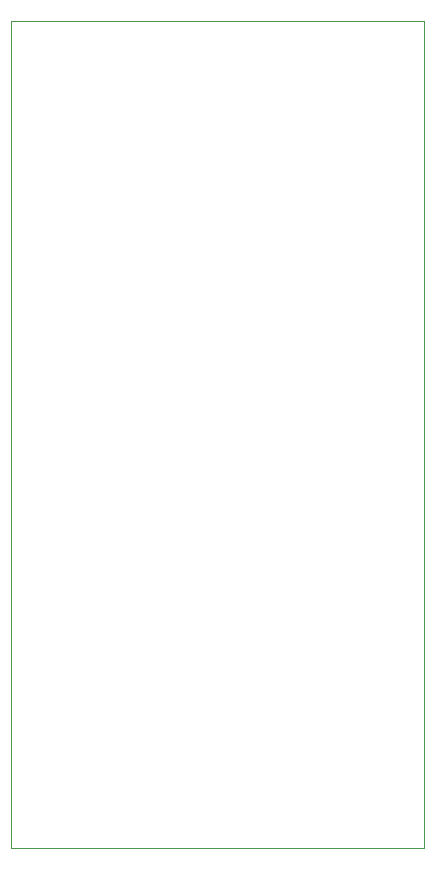
<source format=gbr>
G04 (created by PCBNEW (2013-07-07 BZR 4022)-stable) date 13/10/2014 15:08:58*
%MOIN*%
G04 Gerber Fmt 3.4, Leading zero omitted, Abs format*
%FSLAX34Y34*%
G01*
G70*
G90*
G04 APERTURE LIST*
%ADD10C,0.00590551*%
%ADD11C,0.00393701*%
G04 APERTURE END LIST*
G54D10*
G54D11*
X70866Y-47244D02*
X57086Y-47244D01*
X70866Y-74803D02*
X70866Y-47244D01*
X57086Y-74803D02*
X70866Y-74803D01*
X57086Y-47244D02*
X57086Y-74803D01*
M02*

</source>
